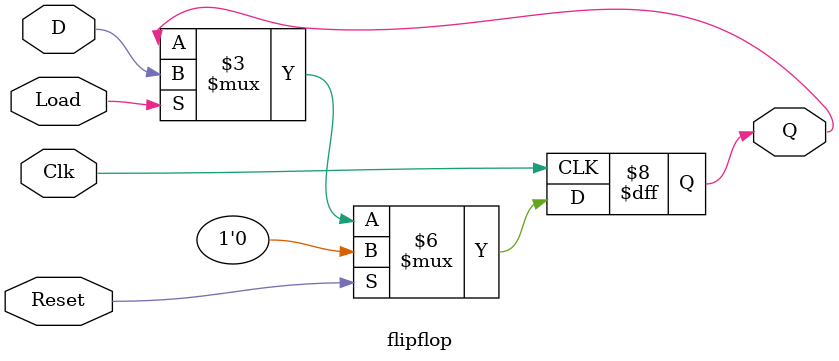
<source format=sv>
module flipflop ( 			
			input  logic Clk,
			input logic Load, 
			input logic Reset, 
			input logic D,
			output logic Q
);	
		
		always_ff @ (posedge Clk)
		begin	
				if (Reset)	
					Q <= 1'b0;
				else	
					if (Load)
						Q <= D;
					else	
						Q <= Q;	//in most cases this is redundant, maintaining Q inferred
		end
		
endmodule
</source>
